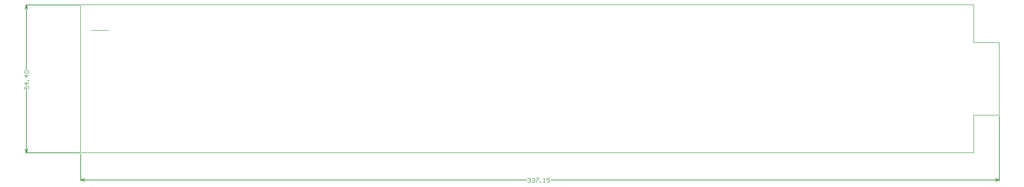
<source format=gm1>
%FSTAX23Y23*%
%MOIN*%
%SFA1B1*%

%IPPOS*%
%ADD13C,0.009843*%
%ADD14C,0.007874*%
%ADD104C,0.005905*%
%LNslave-1*%
%LPD*%
G54D13*
X03937Y03545D02*
X03996Y03565D01*
X03937Y03545D02*
X03996Y03525D01*
X1715D02*
X1721Y03545D01*
X1715Y03565D02*
X1721Y03545D01*
X03937D02*
X10381D01*
X10733D02*
X1721D01*
X03937Y03535D02*
Y03923D01*
X1721Y03535D02*
Y04468D01*
X03153Y06078D02*
X03173Y06018D01*
X03133D02*
X03153Y06078D01*
X03133Y03996D02*
X03153Y03937D01*
X03173Y03996*
X03153Y05142D02*
Y06078D01*
Y03937D02*
Y0484D01*
X03143Y06078D02*
X03923D01*
X03143Y03937D02*
X03923D01*
G54D14*
X1721Y04482D02*
Y05533D01*
X1684D02*
X1721D01*
X1684Y04482D02*
X1721D01*
X1684Y03937D02*
Y04482D01*
Y05533D02*
Y06078D01*
X04094Y05708D02*
X04346D01*
X03937Y06078D02*
X1684D01*
X03937Y03937D02*
X1684D01*
X03937D02*
Y06078D01*
G54D104*
X10398Y03559D02*
X10407Y03569D01*
X10427*
X10437Y03559*
Y03549*
X10427Y03539*
X10417*
X10427*
X10437Y03529*
Y03519*
X10427Y03509*
X10407*
X10398Y03519*
X10457Y03559D02*
X10467Y03569D01*
X10487*
X10498Y03559*
Y03549*
X10487Y03539*
X10477*
X10487*
X10498Y03529*
Y03519*
X10487Y03509*
X10467*
X10457Y03519*
X10517Y03569D02*
X10557D01*
Y03559*
X10517Y03519*
Y03509*
X10577D02*
Y03519D01*
X10587*
Y03509*
X10577*
X10627D02*
X10647D01*
X10637*
Y03569*
X10627Y03559*
X10717Y03569D02*
X10677D01*
Y03539*
X10697Y03549*
X10707*
X10717Y03539*
Y03519*
X10707Y03509*
X10687*
X10677Y03519*
X03129Y04896D02*
Y04857D01*
X03159*
X03149Y04876*
Y04887*
X03159Y04896*
X03179*
X03189Y04887*
Y04866*
X03179Y04857*
X03189Y04946D02*
X03129D01*
X03159Y04916*
Y04956*
X03189Y04976D02*
X03179D01*
Y04987*
X03189*
Y04976*
Y05056D02*
X03129D01*
X03159Y05026*
Y05066*
X03139Y05087D02*
X03129Y05096D01*
Y05116*
X03139Y05126*
X03179*
X03189Y05116*
Y05096*
X03179Y05087*
X03139*
M02*
</source>
